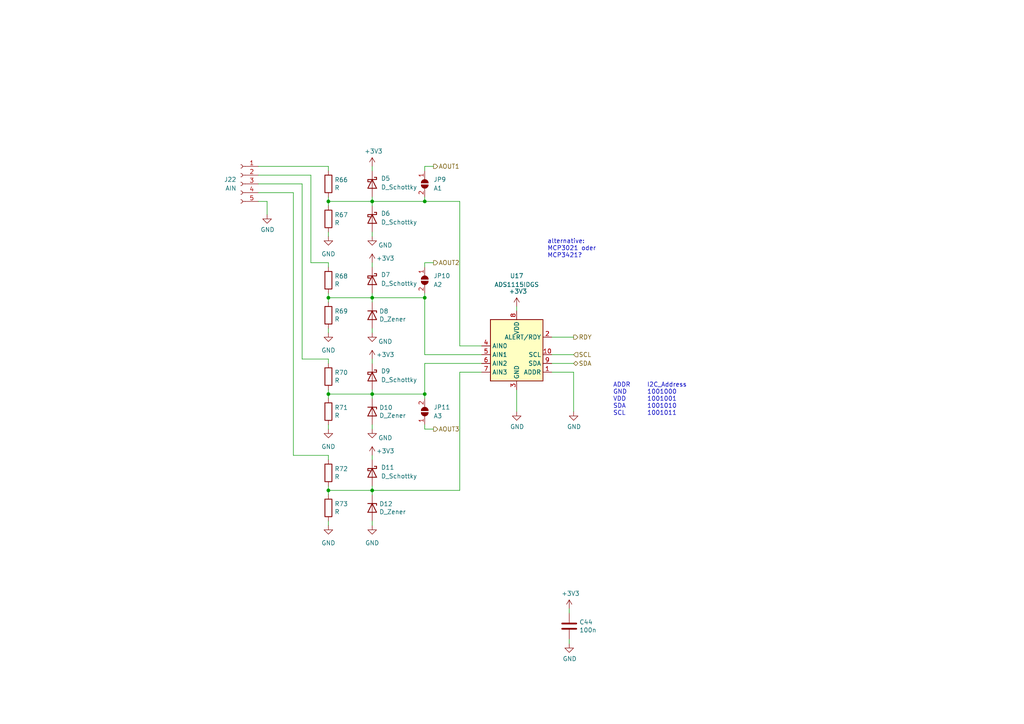
<source format=kicad_sch>
(kicad_sch (version 20211123) (generator eeschema)

  (uuid befdfbe5-f3e5-423b-a34e-7bba3f218536)

  (paper "A4")

  (lib_symbols
    (symbol "Analog_ADC:ADS1115IDGS" (in_bom yes) (on_board yes)
      (property "Reference" "U" (id 0) (at 2.54 13.97 0)
        (effects (font (size 1.27 1.27)))
      )
      (property "Value" "ADS1115IDGS" (id 1) (at 7.62 11.43 0)
        (effects (font (size 1.27 1.27)))
      )
      (property "Footprint" "Package_SO:TSSOP-10_3x3mm_P0.5mm" (id 2) (at 0 -12.7 0)
        (effects (font (size 1.27 1.27)) hide)
      )
      (property "Datasheet" "http://www.ti.com/lit/ds/symlink/ads1113.pdf" (id 3) (at -1.27 -22.86 0)
        (effects (font (size 1.27 1.27)) hide)
      )
      (property "ki_keywords" "16 bit 4 channel I2C ADC" (id 4) (at 0 0 0)
        (effects (font (size 1.27 1.27)) hide)
      )
      (property "ki_description" "Ultra-Small, Low-Power, I2C-Compatible, 860-SPS, 16-Bit ADCs With Internal Reference, Oscillator, and Programmable Comparator, VSSOP-10" (id 5) (at 0 0 0)
        (effects (font (size 1.27 1.27)) hide)
      )
      (property "ki_fp_filters" "TSSOP*3x3mm*P0.5mm*" (id 6) (at 0 0 0)
        (effects (font (size 1.27 1.27)) hide)
      )
      (symbol "ADS1115IDGS_0_1"
        (rectangle (start -7.62 10.16) (end 7.62 -7.62)
          (stroke (width 0.254) (type default) (color 0 0 0 0))
          (fill (type background))
        )
      )
      (symbol "ADS1115IDGS_1_1"
        (pin input line (at 10.16 -5.08 180) (length 2.54)
          (name "ADDR" (effects (font (size 1.27 1.27))))
          (number "1" (effects (font (size 1.27 1.27))))
        )
        (pin input line (at 10.16 0 180) (length 2.54)
          (name "SCL" (effects (font (size 1.27 1.27))))
          (number "10" (effects (font (size 1.27 1.27))))
        )
        (pin output line (at 10.16 5.08 180) (length 2.54)
          (name "ALERT/RDY" (effects (font (size 1.27 1.27))))
          (number "2" (effects (font (size 1.27 1.27))))
        )
        (pin power_in line (at 0 -10.16 90) (length 2.54)
          (name "GND" (effects (font (size 1.27 1.27))))
          (number "3" (effects (font (size 1.27 1.27))))
        )
        (pin input line (at -10.16 2.54 0) (length 2.54)
          (name "AIN0" (effects (font (size 1.27 1.27))))
          (number "4" (effects (font (size 1.27 1.27))))
        )
        (pin input line (at -10.16 0 0) (length 2.54)
          (name "AIN1" (effects (font (size 1.27 1.27))))
          (number "5" (effects (font (size 1.27 1.27))))
        )
        (pin input line (at -10.16 -2.54 0) (length 2.54)
          (name "AIN2" (effects (font (size 1.27 1.27))))
          (number "6" (effects (font (size 1.27 1.27))))
        )
        (pin input line (at -10.16 -5.08 0) (length 2.54)
          (name "AIN3" (effects (font (size 1.27 1.27))))
          (number "7" (effects (font (size 1.27 1.27))))
        )
        (pin power_in line (at 0 12.7 270) (length 2.54)
          (name "VDD" (effects (font (size 1.27 1.27))))
          (number "8" (effects (font (size 1.27 1.27))))
        )
        (pin bidirectional line (at 10.16 -2.54 180) (length 2.54)
          (name "SDA" (effects (font (size 1.27 1.27))))
          (number "9" (effects (font (size 1.27 1.27))))
        )
      )
    )
    (symbol "Connector:Conn_01x05_Female" (pin_names (offset 1.016) hide) (in_bom yes) (on_board yes)
      (property "Reference" "J" (id 0) (at 0 7.62 0)
        (effects (font (size 1.27 1.27)))
      )
      (property "Value" "Conn_01x05_Female" (id 1) (at 0 -7.62 0)
        (effects (font (size 1.27 1.27)))
      )
      (property "Footprint" "" (id 2) (at 0 0 0)
        (effects (font (size 1.27 1.27)) hide)
      )
      (property "Datasheet" "~" (id 3) (at 0 0 0)
        (effects (font (size 1.27 1.27)) hide)
      )
      (property "ki_keywords" "connector" (id 4) (at 0 0 0)
        (effects (font (size 1.27 1.27)) hide)
      )
      (property "ki_description" "Generic connector, single row, 01x05, script generated (kicad-library-utils/schlib/autogen/connector/)" (id 5) (at 0 0 0)
        (effects (font (size 1.27 1.27)) hide)
      )
      (property "ki_fp_filters" "Connector*:*_1x??_*" (id 6) (at 0 0 0)
        (effects (font (size 1.27 1.27)) hide)
      )
      (symbol "Conn_01x05_Female_1_1"
        (arc (start 0 -4.572) (mid -0.508 -5.08) (end 0 -5.588)
          (stroke (width 0.1524) (type default) (color 0 0 0 0))
          (fill (type none))
        )
        (arc (start 0 -2.032) (mid -0.508 -2.54) (end 0 -3.048)
          (stroke (width 0.1524) (type default) (color 0 0 0 0))
          (fill (type none))
        )
        (polyline
          (pts
            (xy -1.27 -5.08)
            (xy -0.508 -5.08)
          )
          (stroke (width 0.1524) (type default) (color 0 0 0 0))
          (fill (type none))
        )
        (polyline
          (pts
            (xy -1.27 -2.54)
            (xy -0.508 -2.54)
          )
          (stroke (width 0.1524) (type default) (color 0 0 0 0))
          (fill (type none))
        )
        (polyline
          (pts
            (xy -1.27 0)
            (xy -0.508 0)
          )
          (stroke (width 0.1524) (type default) (color 0 0 0 0))
          (fill (type none))
        )
        (polyline
          (pts
            (xy -1.27 2.54)
            (xy -0.508 2.54)
          )
          (stroke (width 0.1524) (type default) (color 0 0 0 0))
          (fill (type none))
        )
        (polyline
          (pts
            (xy -1.27 5.08)
            (xy -0.508 5.08)
          )
          (stroke (width 0.1524) (type default) (color 0 0 0 0))
          (fill (type none))
        )
        (arc (start 0 0.508) (mid -0.508 0) (end 0 -0.508)
          (stroke (width 0.1524) (type default) (color 0 0 0 0))
          (fill (type none))
        )
        (arc (start 0 3.048) (mid -0.508 2.54) (end 0 2.032)
          (stroke (width 0.1524) (type default) (color 0 0 0 0))
          (fill (type none))
        )
        (arc (start 0 5.588) (mid -0.508 5.08) (end 0 4.572)
          (stroke (width 0.1524) (type default) (color 0 0 0 0))
          (fill (type none))
        )
        (pin passive line (at -5.08 5.08 0) (length 3.81)
          (name "Pin_1" (effects (font (size 1.27 1.27))))
          (number "1" (effects (font (size 1.27 1.27))))
        )
        (pin passive line (at -5.08 2.54 0) (length 3.81)
          (name "Pin_2" (effects (font (size 1.27 1.27))))
          (number "2" (effects (font (size 1.27 1.27))))
        )
        (pin passive line (at -5.08 0 0) (length 3.81)
          (name "Pin_3" (effects (font (size 1.27 1.27))))
          (number "3" (effects (font (size 1.27 1.27))))
        )
        (pin passive line (at -5.08 -2.54 0) (length 3.81)
          (name "Pin_4" (effects (font (size 1.27 1.27))))
          (number "4" (effects (font (size 1.27 1.27))))
        )
        (pin passive line (at -5.08 -5.08 0) (length 3.81)
          (name "Pin_5" (effects (font (size 1.27 1.27))))
          (number "5" (effects (font (size 1.27 1.27))))
        )
      )
    )
    (symbol "Device:C" (pin_numbers hide) (pin_names (offset 0.254)) (in_bom yes) (on_board yes)
      (property "Reference" "C" (id 0) (at 0.635 2.54 0)
        (effects (font (size 1.27 1.27)) (justify left))
      )
      (property "Value" "C" (id 1) (at 0.635 -2.54 0)
        (effects (font (size 1.27 1.27)) (justify left))
      )
      (property "Footprint" "" (id 2) (at 0.9652 -3.81 0)
        (effects (font (size 1.27 1.27)) hide)
      )
      (property "Datasheet" "~" (id 3) (at 0 0 0)
        (effects (font (size 1.27 1.27)) hide)
      )
      (property "ki_keywords" "cap capacitor" (id 4) (at 0 0 0)
        (effects (font (size 1.27 1.27)) hide)
      )
      (property "ki_description" "Unpolarized capacitor" (id 5) (at 0 0 0)
        (effects (font (size 1.27 1.27)) hide)
      )
      (property "ki_fp_filters" "C_*" (id 6) (at 0 0 0)
        (effects (font (size 1.27 1.27)) hide)
      )
      (symbol "C_0_1"
        (polyline
          (pts
            (xy -2.032 -0.762)
            (xy 2.032 -0.762)
          )
          (stroke (width 0.508) (type default) (color 0 0 0 0))
          (fill (type none))
        )
        (polyline
          (pts
            (xy -2.032 0.762)
            (xy 2.032 0.762)
          )
          (stroke (width 0.508) (type default) (color 0 0 0 0))
          (fill (type none))
        )
      )
      (symbol "C_1_1"
        (pin passive line (at 0 3.81 270) (length 2.794)
          (name "~" (effects (font (size 1.27 1.27))))
          (number "1" (effects (font (size 1.27 1.27))))
        )
        (pin passive line (at 0 -3.81 90) (length 2.794)
          (name "~" (effects (font (size 1.27 1.27))))
          (number "2" (effects (font (size 1.27 1.27))))
        )
      )
    )
    (symbol "Device:D_Schottky" (pin_numbers hide) (pin_names (offset 1.016) hide) (in_bom yes) (on_board yes)
      (property "Reference" "D" (id 0) (at 0 2.54 0)
        (effects (font (size 1.27 1.27)))
      )
      (property "Value" "D_Schottky" (id 1) (at 0 -2.54 0)
        (effects (font (size 1.27 1.27)))
      )
      (property "Footprint" "" (id 2) (at 0 0 0)
        (effects (font (size 1.27 1.27)) hide)
      )
      (property "Datasheet" "~" (id 3) (at 0 0 0)
        (effects (font (size 1.27 1.27)) hide)
      )
      (property "ki_keywords" "diode Schottky" (id 4) (at 0 0 0)
        (effects (font (size 1.27 1.27)) hide)
      )
      (property "ki_description" "Schottky diode" (id 5) (at 0 0 0)
        (effects (font (size 1.27 1.27)) hide)
      )
      (property "ki_fp_filters" "TO-???* *_Diode_* *SingleDiode* D_*" (id 6) (at 0 0 0)
        (effects (font (size 1.27 1.27)) hide)
      )
      (symbol "D_Schottky_0_1"
        (polyline
          (pts
            (xy 1.27 0)
            (xy -1.27 0)
          )
          (stroke (width 0) (type default) (color 0 0 0 0))
          (fill (type none))
        )
        (polyline
          (pts
            (xy 1.27 1.27)
            (xy 1.27 -1.27)
            (xy -1.27 0)
            (xy 1.27 1.27)
          )
          (stroke (width 0.254) (type default) (color 0 0 0 0))
          (fill (type none))
        )
        (polyline
          (pts
            (xy -1.905 0.635)
            (xy -1.905 1.27)
            (xy -1.27 1.27)
            (xy -1.27 -1.27)
            (xy -0.635 -1.27)
            (xy -0.635 -0.635)
          )
          (stroke (width 0.254) (type default) (color 0 0 0 0))
          (fill (type none))
        )
      )
      (symbol "D_Schottky_1_1"
        (pin passive line (at -3.81 0 0) (length 2.54)
          (name "K" (effects (font (size 1.27 1.27))))
          (number "1" (effects (font (size 1.27 1.27))))
        )
        (pin passive line (at 3.81 0 180) (length 2.54)
          (name "A" (effects (font (size 1.27 1.27))))
          (number "2" (effects (font (size 1.27 1.27))))
        )
      )
    )
    (symbol "Device:D_Zener" (pin_numbers hide) (pin_names (offset 1.016) hide) (in_bom yes) (on_board yes)
      (property "Reference" "D" (id 0) (at 0 2.54 0)
        (effects (font (size 1.27 1.27)))
      )
      (property "Value" "D_Zener" (id 1) (at 0 -2.54 0)
        (effects (font (size 1.27 1.27)))
      )
      (property "Footprint" "" (id 2) (at 0 0 0)
        (effects (font (size 1.27 1.27)) hide)
      )
      (property "Datasheet" "~" (id 3) (at 0 0 0)
        (effects (font (size 1.27 1.27)) hide)
      )
      (property "ki_keywords" "diode" (id 4) (at 0 0 0)
        (effects (font (size 1.27 1.27)) hide)
      )
      (property "ki_description" "Zener diode" (id 5) (at 0 0 0)
        (effects (font (size 1.27 1.27)) hide)
      )
      (property "ki_fp_filters" "TO-???* *_Diode_* *SingleDiode* D_*" (id 6) (at 0 0 0)
        (effects (font (size 1.27 1.27)) hide)
      )
      (symbol "D_Zener_0_1"
        (polyline
          (pts
            (xy 1.27 0)
            (xy -1.27 0)
          )
          (stroke (width 0) (type default) (color 0 0 0 0))
          (fill (type none))
        )
        (polyline
          (pts
            (xy -1.27 -1.27)
            (xy -1.27 1.27)
            (xy -0.762 1.27)
          )
          (stroke (width 0.254) (type default) (color 0 0 0 0))
          (fill (type none))
        )
        (polyline
          (pts
            (xy 1.27 -1.27)
            (xy 1.27 1.27)
            (xy -1.27 0)
            (xy 1.27 -1.27)
          )
          (stroke (width 0.254) (type default) (color 0 0 0 0))
          (fill (type none))
        )
      )
      (symbol "D_Zener_1_1"
        (pin passive line (at -3.81 0 0) (length 2.54)
          (name "K" (effects (font (size 1.27 1.27))))
          (number "1" (effects (font (size 1.27 1.27))))
        )
        (pin passive line (at 3.81 0 180) (length 2.54)
          (name "A" (effects (font (size 1.27 1.27))))
          (number "2" (effects (font (size 1.27 1.27))))
        )
      )
    )
    (symbol "Device:R" (pin_numbers hide) (pin_names (offset 0)) (in_bom yes) (on_board yes)
      (property "Reference" "R" (id 0) (at 2.032 0 90)
        (effects (font (size 1.27 1.27)))
      )
      (property "Value" "R" (id 1) (at 0 0 90)
        (effects (font (size 1.27 1.27)))
      )
      (property "Footprint" "" (id 2) (at -1.778 0 90)
        (effects (font (size 1.27 1.27)) hide)
      )
      (property "Datasheet" "~" (id 3) (at 0 0 0)
        (effects (font (size 1.27 1.27)) hide)
      )
      (property "ki_keywords" "R res resistor" (id 4) (at 0 0 0)
        (effects (font (size 1.27 1.27)) hide)
      )
      (property "ki_description" "Resistor" (id 5) (at 0 0 0)
        (effects (font (size 1.27 1.27)) hide)
      )
      (property "ki_fp_filters" "R_*" (id 6) (at 0 0 0)
        (effects (font (size 1.27 1.27)) hide)
      )
      (symbol "R_0_1"
        (rectangle (start -1.016 -2.54) (end 1.016 2.54)
          (stroke (width 0.254) (type default) (color 0 0 0 0))
          (fill (type none))
        )
      )
      (symbol "R_1_1"
        (pin passive line (at 0 3.81 270) (length 1.27)
          (name "~" (effects (font (size 1.27 1.27))))
          (number "1" (effects (font (size 1.27 1.27))))
        )
        (pin passive line (at 0 -3.81 90) (length 1.27)
          (name "~" (effects (font (size 1.27 1.27))))
          (number "2" (effects (font (size 1.27 1.27))))
        )
      )
    )
    (symbol "Jumper:SolderJumper_2_Open" (pin_names (offset 0) hide) (in_bom yes) (on_board yes)
      (property "Reference" "JP" (id 0) (at 0 2.032 0)
        (effects (font (size 1.27 1.27)))
      )
      (property "Value" "SolderJumper_2_Open" (id 1) (at 0 -2.54 0)
        (effects (font (size 1.27 1.27)))
      )
      (property "Footprint" "" (id 2) (at 0 0 0)
        (effects (font (size 1.27 1.27)) hide)
      )
      (property "Datasheet" "~" (id 3) (at 0 0 0)
        (effects (font (size 1.27 1.27)) hide)
      )
      (property "ki_keywords" "solder jumper SPST" (id 4) (at 0 0 0)
        (effects (font (size 1.27 1.27)) hide)
      )
      (property "ki_description" "Solder Jumper, 2-pole, open" (id 5) (at 0 0 0)
        (effects (font (size 1.27 1.27)) hide)
      )
      (property "ki_fp_filters" "SolderJumper*Open*" (id 6) (at 0 0 0)
        (effects (font (size 1.27 1.27)) hide)
      )
      (symbol "SolderJumper_2_Open_0_1"
        (arc (start -0.254 1.016) (mid -1.27 0) (end -0.254 -1.016)
          (stroke (width 0) (type default) (color 0 0 0 0))
          (fill (type none))
        )
        (arc (start -0.254 1.016) (mid -1.27 0) (end -0.254 -1.016)
          (stroke (width 0) (type default) (color 0 0 0 0))
          (fill (type outline))
        )
        (polyline
          (pts
            (xy -0.254 1.016)
            (xy -0.254 -1.016)
          )
          (stroke (width 0) (type default) (color 0 0 0 0))
          (fill (type none))
        )
        (polyline
          (pts
            (xy 0.254 1.016)
            (xy 0.254 -1.016)
          )
          (stroke (width 0) (type default) (color 0 0 0 0))
          (fill (type none))
        )
        (arc (start 0.254 -1.016) (mid 1.27 0) (end 0.254 1.016)
          (stroke (width 0) (type default) (color 0 0 0 0))
          (fill (type none))
        )
        (arc (start 0.254 -1.016) (mid 1.27 0) (end 0.254 1.016)
          (stroke (width 0) (type default) (color 0 0 0 0))
          (fill (type outline))
        )
      )
      (symbol "SolderJumper_2_Open_1_1"
        (pin passive line (at -3.81 0 0) (length 2.54)
          (name "A" (effects (font (size 1.27 1.27))))
          (number "1" (effects (font (size 1.27 1.27))))
        )
        (pin passive line (at 3.81 0 180) (length 2.54)
          (name "B" (effects (font (size 1.27 1.27))))
          (number "2" (effects (font (size 1.27 1.27))))
        )
      )
    )
    (symbol "power:+3V3" (power) (pin_names (offset 0)) (in_bom yes) (on_board yes)
      (property "Reference" "#PWR" (id 0) (at 0 -3.81 0)
        (effects (font (size 1.27 1.27)) hide)
      )
      (property "Value" "+3V3" (id 1) (at 0 3.556 0)
        (effects (font (size 1.27 1.27)))
      )
      (property "Footprint" "" (id 2) (at 0 0 0)
        (effects (font (size 1.27 1.27)) hide)
      )
      (property "Datasheet" "" (id 3) (at 0 0 0)
        (effects (font (size 1.27 1.27)) hide)
      )
      (property "ki_keywords" "power-flag" (id 4) (at 0 0 0)
        (effects (font (size 1.27 1.27)) hide)
      )
      (property "ki_description" "Power symbol creates a global label with name \"+3V3\"" (id 5) (at 0 0 0)
        (effects (font (size 1.27 1.27)) hide)
      )
      (symbol "+3V3_0_1"
        (polyline
          (pts
            (xy -0.762 1.27)
            (xy 0 2.54)
          )
          (stroke (width 0) (type default) (color 0 0 0 0))
          (fill (type none))
        )
        (polyline
          (pts
            (xy 0 0)
            (xy 0 2.54)
          )
          (stroke (width 0) (type default) (color 0 0 0 0))
          (fill (type none))
        )
        (polyline
          (pts
            (xy 0 2.54)
            (xy 0.762 1.27)
          )
          (stroke (width 0) (type default) (color 0 0 0 0))
          (fill (type none))
        )
      )
      (symbol "+3V3_1_1"
        (pin power_in line (at 0 0 90) (length 0) hide
          (name "+3V3" (effects (font (size 1.27 1.27))))
          (number "1" (effects (font (size 1.27 1.27))))
        )
      )
    )
    (symbol "power:GND" (power) (pin_names (offset 0)) (in_bom yes) (on_board yes)
      (property "Reference" "#PWR" (id 0) (at 0 -6.35 0)
        (effects (font (size 1.27 1.27)) hide)
      )
      (property "Value" "GND" (id 1) (at 0 -3.81 0)
        (effects (font (size 1.27 1.27)))
      )
      (property "Footprint" "" (id 2) (at 0 0 0)
        (effects (font (size 1.27 1.27)) hide)
      )
      (property "Datasheet" "" (id 3) (at 0 0 0)
        (effects (font (size 1.27 1.27)) hide)
      )
      (property "ki_keywords" "power-flag" (id 4) (at 0 0 0)
        (effects (font (size 1.27 1.27)) hide)
      )
      (property "ki_description" "Power symbol creates a global label with name \"GND\" , ground" (id 5) (at 0 0 0)
        (effects (font (size 1.27 1.27)) hide)
      )
      (symbol "GND_0_1"
        (polyline
          (pts
            (xy 0 0)
            (xy 0 -1.27)
            (xy 1.27 -1.27)
            (xy 0 -2.54)
            (xy -1.27 -1.27)
            (xy 0 -1.27)
          )
          (stroke (width 0) (type default) (color 0 0 0 0))
          (fill (type none))
        )
      )
      (symbol "GND_1_1"
        (pin power_in line (at 0 0 270) (length 0) hide
          (name "GND" (effects (font (size 1.27 1.27))))
          (number "1" (effects (font (size 1.27 1.27))))
        )
      )
    )
  )

  (junction (at 95.25 86.36) (diameter 0) (color 0 0 0 0)
    (uuid 0269992f-12fd-41bf-9152-c236b0f3bb0c)
  )
  (junction (at 95.25 58.42) (diameter 0) (color 0 0 0 0)
    (uuid 026fa5ba-e6a6-4276-aa5d-796bd14c8820)
  )
  (junction (at 107.95 114.3) (diameter 0) (color 0 0 0 0)
    (uuid 2a5ff2de-e778-46b5-bbe3-d0aa5209e4da)
  )
  (junction (at 107.95 58.42) (diameter 0) (color 0 0 0 0)
    (uuid 355e9ac8-9874-4a57-88d0-c42168019054)
  )
  (junction (at 95.25 142.24) (diameter 0) (color 0 0 0 0)
    (uuid 5128a8fe-c171-460d-9516-cc9264cdc7a4)
  )
  (junction (at 107.95 86.36) (diameter 0) (color 0 0 0 0)
    (uuid 8f2f4470-e393-483a-bc03-a2ba655eae6d)
  )
  (junction (at 107.95 142.24) (diameter 0) (color 0 0 0 0)
    (uuid 9807b0fe-2db9-4e5d-a325-0b602789bbbf)
  )
  (junction (at 123.19 86.36) (diameter 0) (color 0 0 0 0)
    (uuid 99627fdd-17d6-4e4c-9a9f-5712015c801d)
  )
  (junction (at 95.25 114.3) (diameter 0) (color 0 0 0 0)
    (uuid a53ee19b-71a8-49ef-aa65-115dd056db10)
  )
  (junction (at 123.19 114.3) (diameter 0) (color 0 0 0 0)
    (uuid d4686250-3b7f-47e2-a008-bf4441c518f1)
  )
  (junction (at 123.19 58.42) (diameter 0) (color 0 0 0 0)
    (uuid dc75287f-1409-47ea-84a3-4f833f15a457)
  )

  (wire (pts (xy 107.95 132.08) (xy 107.95 133.35))
    (stroke (width 0) (type default) (color 0 0 0 0))
    (uuid 0636df87-e171-42cd-8675-90ce73191f44)
  )
  (wire (pts (xy 107.95 87.63) (xy 107.95 86.36))
    (stroke (width 0) (type default) (color 0 0 0 0))
    (uuid 0747d8d6-8078-421c-bb95-89fd4eca89ca)
  )
  (wire (pts (xy 123.19 123.19) (xy 123.19 124.46))
    (stroke (width 0) (type default) (color 0 0 0 0))
    (uuid 0a42cc55-059b-44e7-8066-5ab144b5a08e)
  )
  (wire (pts (xy 107.95 57.15) (xy 107.95 58.42))
    (stroke (width 0) (type default) (color 0 0 0 0))
    (uuid 0d577d08-d2a1-4366-bfe2-c3396ff13edb)
  )
  (wire (pts (xy 123.19 105.41) (xy 139.7 105.41))
    (stroke (width 0) (type default) (color 0 0 0 0))
    (uuid 0f0f7bb5-ade7-4a81-82b4-43be6a8ad05c)
  )
  (wire (pts (xy 165.1 186.69) (xy 165.1 185.42))
    (stroke (width 0) (type default) (color 0 0 0 0))
    (uuid 1317ff66-8ecf-46c9-9612-8d2eae03c537)
  )
  (wire (pts (xy 165.1 177.8) (xy 165.1 176.53))
    (stroke (width 0) (type default) (color 0 0 0 0))
    (uuid 1755646e-fc08-4e43-a301-d9b3ea704cf6)
  )
  (wire (pts (xy 85.09 132.08) (xy 95.25 132.08))
    (stroke (width 0) (type default) (color 0 0 0 0))
    (uuid 1fc077c7-b879-42e8-bdb7-97225e81d7d9)
  )
  (wire (pts (xy 107.95 115.57) (xy 107.95 114.3))
    (stroke (width 0) (type default) (color 0 0 0 0))
    (uuid 224ffdf0-2f74-4570-901f-df0757f3f57b)
  )
  (wire (pts (xy 90.17 76.2) (xy 95.25 76.2))
    (stroke (width 0) (type default) (color 0 0 0 0))
    (uuid 22962957-1efd-404d-83db-5b233b6c15b0)
  )
  (wire (pts (xy 107.95 68.58) (xy 107.95 67.31))
    (stroke (width 0) (type default) (color 0 0 0 0))
    (uuid 268ae57e-8417-41fe-af64-a2f54471acb6)
  )
  (wire (pts (xy 107.95 140.97) (xy 107.95 142.24))
    (stroke (width 0) (type default) (color 0 0 0 0))
    (uuid 2edcee63-935f-468a-aa4f-333a782c411f)
  )
  (wire (pts (xy 125.73 48.26) (xy 123.19 48.26))
    (stroke (width 0) (type default) (color 0 0 0 0))
    (uuid 3085304a-bca1-4feb-8e78-98dccf102d58)
  )
  (wire (pts (xy 90.17 50.8) (xy 74.93 50.8))
    (stroke (width 0) (type default) (color 0 0 0 0))
    (uuid 3253ae41-a9bd-487b-bc44-d5bab5ef9a2c)
  )
  (wire (pts (xy 95.25 96.52) (xy 95.25 95.25))
    (stroke (width 0) (type default) (color 0 0 0 0))
    (uuid 355ced6c-c08a-4586-9a09-7a9c624536f6)
  )
  (wire (pts (xy 95.25 140.97) (xy 95.25 142.24))
    (stroke (width 0) (type default) (color 0 0 0 0))
    (uuid 3a6044fd-f2c2-47bf-abb4-e3181c44ba68)
  )
  (wire (pts (xy 85.09 55.88) (xy 74.93 55.88))
    (stroke (width 0) (type default) (color 0 0 0 0))
    (uuid 3d2c0919-bdda-4b2e-8075-91b2b650e6c9)
  )
  (wire (pts (xy 133.35 100.33) (xy 133.35 58.42))
    (stroke (width 0) (type default) (color 0 0 0 0))
    (uuid 3d9781c9-f54e-4a2b-89d2-467c534fd81e)
  )
  (wire (pts (xy 107.95 104.14) (xy 107.95 105.41))
    (stroke (width 0) (type default) (color 0 0 0 0))
    (uuid 41cc37bf-3322-491f-b71a-126277510695)
  )
  (wire (pts (xy 139.7 100.33) (xy 133.35 100.33))
    (stroke (width 0) (type default) (color 0 0 0 0))
    (uuid 4346fe55-f906-453a-b81a-1c013104a598)
  )
  (wire (pts (xy 107.95 48.26) (xy 107.95 49.53))
    (stroke (width 0) (type default) (color 0 0 0 0))
    (uuid 45499a0c-8e63-420e-bc8f-ccbf717acef2)
  )
  (wire (pts (xy 160.02 97.79) (xy 166.37 97.79))
    (stroke (width 0) (type default) (color 0 0 0 0))
    (uuid 464cbe31-0134-447f-a163-118d5ea83bb4)
  )
  (wire (pts (xy 87.63 53.34) (xy 74.93 53.34))
    (stroke (width 0) (type default) (color 0 0 0 0))
    (uuid 4971d7b3-3d64-4a31-9df4-513b90b85bd7)
  )
  (wire (pts (xy 133.35 142.24) (xy 107.95 142.24))
    (stroke (width 0) (type default) (color 0 0 0 0))
    (uuid 4d0b7984-e046-4a2f-86fc-d4d87de373b5)
  )
  (wire (pts (xy 107.95 59.69) (xy 107.95 58.42))
    (stroke (width 0) (type default) (color 0 0 0 0))
    (uuid 4d7ff161-4181-4f22-aab1-188109681e9f)
  )
  (wire (pts (xy 107.95 124.46) (xy 107.95 123.19))
    (stroke (width 0) (type default) (color 0 0 0 0))
    (uuid 515b7086-488b-48be-ba14-b93c9b1c201b)
  )
  (wire (pts (xy 95.25 133.35) (xy 95.25 132.08))
    (stroke (width 0) (type default) (color 0 0 0 0))
    (uuid 57eff5e6-ac2b-41d3-8cf2-198e186338ec)
  )
  (wire (pts (xy 123.19 102.87) (xy 139.7 102.87))
    (stroke (width 0) (type default) (color 0 0 0 0))
    (uuid 5e6153e6-2c19-46de-9a8e-b310a2a07861)
  )
  (wire (pts (xy 74.93 48.26) (xy 95.25 48.26))
    (stroke (width 0) (type default) (color 0 0 0 0))
    (uuid 62d24419-758e-4ec1-8466-be6061d40003)
  )
  (wire (pts (xy 74.93 58.42) (xy 77.47 58.42))
    (stroke (width 0) (type default) (color 0 0 0 0))
    (uuid 690330ef-3e96-449d-aedc-4989f4267c47)
  )
  (wire (pts (xy 123.19 124.46) (xy 125.73 124.46))
    (stroke (width 0) (type default) (color 0 0 0 0))
    (uuid 6a909ca1-3e5b-4605-b642-dd5f6eff8f7c)
  )
  (wire (pts (xy 77.47 58.42) (xy 77.47 62.23))
    (stroke (width 0) (type default) (color 0 0 0 0))
    (uuid 6ddb7c09-f4e0-4418-aeaf-3bfa301a3549)
  )
  (wire (pts (xy 166.37 107.95) (xy 166.37 119.38))
    (stroke (width 0) (type default) (color 0 0 0 0))
    (uuid 71af7b65-0e6b-402e-b1a4-b66be507b4dc)
  )
  (wire (pts (xy 160.02 107.95) (xy 166.37 107.95))
    (stroke (width 0) (type default) (color 0 0 0 0))
    (uuid 799e761c-1426-40e9-a069-1f4cb353bfaa)
  )
  (wire (pts (xy 90.17 76.2) (xy 90.17 50.8))
    (stroke (width 0) (type default) (color 0 0 0 0))
    (uuid 7ae302b9-a4eb-49a6-a2f6-0708c410f9d2)
  )
  (wire (pts (xy 107.95 152.4) (xy 107.95 151.13))
    (stroke (width 0) (type default) (color 0 0 0 0))
    (uuid 7cf77163-fa4a-4b0d-92f8-8ac9df97282f)
  )
  (wire (pts (xy 107.95 114.3) (xy 95.25 114.3))
    (stroke (width 0) (type default) (color 0 0 0 0))
    (uuid 7fa6270d-56ff-496a-bb10-f7b3e62ab49a)
  )
  (wire (pts (xy 123.19 77.47) (xy 123.19 76.2))
    (stroke (width 0) (type default) (color 0 0 0 0))
    (uuid 839ab402-cf4a-4855-93bb-69bab31ae075)
  )
  (wire (pts (xy 107.95 58.42) (xy 95.25 58.42))
    (stroke (width 0) (type default) (color 0 0 0 0))
    (uuid 8e1085e9-1f76-49ed-9bdf-d9d7ae13dd4f)
  )
  (wire (pts (xy 123.19 102.87) (xy 123.19 86.36))
    (stroke (width 0) (type default) (color 0 0 0 0))
    (uuid 9238a3ae-59c3-4af1-b804-f6e96bea3bea)
  )
  (wire (pts (xy 95.25 105.41) (xy 95.25 104.14))
    (stroke (width 0) (type default) (color 0 0 0 0))
    (uuid 92ac36a9-27bb-4a9e-9e72-460bf496ff0d)
  )
  (wire (pts (xy 95.25 86.36) (xy 95.25 87.63))
    (stroke (width 0) (type default) (color 0 0 0 0))
    (uuid 994e9d97-de19-4f26-ade3-141552675388)
  )
  (wire (pts (xy 149.86 90.17) (xy 149.86 88.9))
    (stroke (width 0) (type default) (color 0 0 0 0))
    (uuid 9a8ad8bb-d9a9-4b2b-bc88-ea6fd2676d45)
  )
  (wire (pts (xy 123.19 114.3) (xy 107.95 114.3))
    (stroke (width 0) (type default) (color 0 0 0 0))
    (uuid 9ee9af6b-a2b7-44b5-bb48-8d305db617d1)
  )
  (wire (pts (xy 123.19 86.36) (xy 107.95 86.36))
    (stroke (width 0) (type default) (color 0 0 0 0))
    (uuid a2c2f513-fcf4-42c3-a1d6-81d1a365be99)
  )
  (wire (pts (xy 149.86 113.03) (xy 149.86 119.38))
    (stroke (width 0) (type default) (color 0 0 0 0))
    (uuid a5362821-c161-4c7a-a00c-40e1d7472d56)
  )
  (wire (pts (xy 107.95 86.36) (xy 95.25 86.36))
    (stroke (width 0) (type default) (color 0 0 0 0))
    (uuid a564365e-1307-49eb-a91f-1e3a85a10823)
  )
  (wire (pts (xy 95.25 142.24) (xy 95.25 143.51))
    (stroke (width 0) (type default) (color 0 0 0 0))
    (uuid a8039e49-ef45-4060-8d9f-5402156ce317)
  )
  (wire (pts (xy 123.19 76.2) (xy 125.73 76.2))
    (stroke (width 0) (type default) (color 0 0 0 0))
    (uuid af599d23-858e-4854-9e52-97283785f022)
  )
  (wire (pts (xy 95.25 57.15) (xy 95.25 58.42))
    (stroke (width 0) (type default) (color 0 0 0 0))
    (uuid b00fe88c-40fc-4cb3-9a08-ddabac316c18)
  )
  (wire (pts (xy 95.25 114.3) (xy 95.25 115.57))
    (stroke (width 0) (type default) (color 0 0 0 0))
    (uuid b10a70e4-a12c-46a5-a27d-db3b7b9f93fa)
  )
  (wire (pts (xy 107.95 76.2) (xy 107.95 77.47))
    (stroke (width 0) (type default) (color 0 0 0 0))
    (uuid b30beb01-612e-4638-8ee9-9492c30366f2)
  )
  (wire (pts (xy 107.95 113.03) (xy 107.95 114.3))
    (stroke (width 0) (type default) (color 0 0 0 0))
    (uuid b55183dd-2fef-48ba-bcf2-38910298dcfb)
  )
  (wire (pts (xy 95.25 49.53) (xy 95.25 48.26))
    (stroke (width 0) (type default) (color 0 0 0 0))
    (uuid b7881392-acdc-418f-a4f4-ef96c30b8ac0)
  )
  (wire (pts (xy 123.19 48.26) (xy 123.19 49.53))
    (stroke (width 0) (type default) (color 0 0 0 0))
    (uuid b97580da-1338-464b-b8c9-e239196567e5)
  )
  (wire (pts (xy 107.95 143.51) (xy 107.95 142.24))
    (stroke (width 0) (type default) (color 0 0 0 0))
    (uuid bb695964-6132-4705-a0dd-2e6e605ae68f)
  )
  (wire (pts (xy 95.25 68.58) (xy 95.25 67.31))
    (stroke (width 0) (type default) (color 0 0 0 0))
    (uuid bc177889-73be-45f9-b588-4aeb1c2666ef)
  )
  (wire (pts (xy 95.25 113.03) (xy 95.25 114.3))
    (stroke (width 0) (type default) (color 0 0 0 0))
    (uuid bcb9bb13-1daa-4ba1-a6af-ff9e08dc03cb)
  )
  (wire (pts (xy 107.95 96.52) (xy 107.95 95.25))
    (stroke (width 0) (type default) (color 0 0 0 0))
    (uuid bd085057-7c0e-463a-982b-968a2dc1f0f8)
  )
  (wire (pts (xy 160.02 105.41) (xy 166.37 105.41))
    (stroke (width 0) (type default) (color 0 0 0 0))
    (uuid c38328a1-ba0c-488e-a36a-2941d1d856f3)
  )
  (wire (pts (xy 107.95 142.24) (xy 95.25 142.24))
    (stroke (width 0) (type default) (color 0 0 0 0))
    (uuid c88c12a7-7b58-4e7d-9d21-d2d4bd4da9d5)
  )
  (wire (pts (xy 123.19 57.15) (xy 123.19 58.42))
    (stroke (width 0) (type default) (color 0 0 0 0))
    (uuid cad5e72b-7e9c-4ab8-816c-259b9a374365)
  )
  (wire (pts (xy 133.35 107.95) (xy 139.7 107.95))
    (stroke (width 0) (type default) (color 0 0 0 0))
    (uuid cb1a49ef-0a06-4f40-9008-61d1d1c36198)
  )
  (wire (pts (xy 95.25 58.42) (xy 95.25 59.69))
    (stroke (width 0) (type default) (color 0 0 0 0))
    (uuid cd0f89bc-969d-4621-81d1-43d69a1756a2)
  )
  (wire (pts (xy 85.09 132.08) (xy 85.09 55.88))
    (stroke (width 0) (type default) (color 0 0 0 0))
    (uuid cff4f7d9-d0c3-4f2f-89ab-7718de09709b)
  )
  (wire (pts (xy 95.25 85.09) (xy 95.25 86.36))
    (stroke (width 0) (type default) (color 0 0 0 0))
    (uuid d1cd5391-31d2-459f-8adb-4ae3f304a833)
  )
  (wire (pts (xy 87.63 104.14) (xy 87.63 53.34))
    (stroke (width 0) (type default) (color 0 0 0 0))
    (uuid d1e836ff-44a6-4b1f-9ecd-46d07f637fd1)
  )
  (wire (pts (xy 160.02 102.87) (xy 166.37 102.87))
    (stroke (width 0) (type default) (color 0 0 0 0))
    (uuid d6c6dcf9-3ddd-4a8c-a3c6-f43b173a1015)
  )
  (wire (pts (xy 95.25 77.47) (xy 95.25 76.2))
    (stroke (width 0) (type default) (color 0 0 0 0))
    (uuid d8200a86-aa75-47a3-ad2a-7f4c9c999a6f)
  )
  (wire (pts (xy 95.25 152.4) (xy 95.25 151.13))
    (stroke (width 0) (type default) (color 0 0 0 0))
    (uuid dcf7bb1e-6113-48f3-baa1-b3c7a65ee470)
  )
  (wire (pts (xy 133.35 58.42) (xy 123.19 58.42))
    (stroke (width 0) (type default) (color 0 0 0 0))
    (uuid df115d6f-472e-493a-9001-0e0e76df5bfe)
  )
  (wire (pts (xy 107.95 85.09) (xy 107.95 86.36))
    (stroke (width 0) (type default) (color 0 0 0 0))
    (uuid e01f3676-2e7b-4877-942b-1104d3564e06)
  )
  (wire (pts (xy 123.19 105.41) (xy 123.19 114.3))
    (stroke (width 0) (type default) (color 0 0 0 0))
    (uuid e31efe37-74d3-4c95-8797-276b06e1bed7)
  )
  (wire (pts (xy 87.63 104.14) (xy 95.25 104.14))
    (stroke (width 0) (type default) (color 0 0 0 0))
    (uuid e5439fe1-ee9a-4412-b2a3-f2da396750ff)
  )
  (wire (pts (xy 133.35 107.95) (xy 133.35 142.24))
    (stroke (width 0) (type default) (color 0 0 0 0))
    (uuid ede28e5e-4ae9-4f41-bfa9-dc3b4df323f1)
  )
  (wire (pts (xy 123.19 114.3) (xy 123.19 115.57))
    (stroke (width 0) (type default) (color 0 0 0 0))
    (uuid f2559726-5350-4ae2-ba2c-b952d71a9dbd)
  )
  (wire (pts (xy 95.25 124.46) (xy 95.25 123.19))
    (stroke (width 0) (type default) (color 0 0 0 0))
    (uuid f8c29b7f-4d35-4968-9cb6-81fba750cc61)
  )
  (wire (pts (xy 123.19 85.09) (xy 123.19 86.36))
    (stroke (width 0) (type default) (color 0 0 0 0))
    (uuid fc4d418b-57a4-457c-a236-981bf3c59e01)
  )
  (wire (pts (xy 123.19 58.42) (xy 107.95 58.42))
    (stroke (width 0) (type default) (color 0 0 0 0))
    (uuid ff345922-dc40-46e6-a7d9-95bbb209a5cb)
  )

  (text "alternative:\nMCP3021 oder\nMCP3421?" (at 158.75 74.93 0)
    (effects (font (size 1.27 1.27)) (justify left bottom))
    (uuid f5dba25f-5f9b-4770-84f9-c038fb119360)
  )
  (text "ADDR	I2C_Address\nGND		1001000\nVDD		1001001\nSDA		1001010\nSCL		1001011"
    (at 177.8 120.65 0)
    (effects (font (size 1.27 1.27)) (justify left bottom))
    (uuid ff529ea4-eae3-4c47-848c-7abe6935770c)
  )

  (hierarchical_label "AOUT3" (shape output) (at 125.73 124.46 0)
    (effects (font (size 1.27 1.27)) (justify left))
    (uuid 2a9ab234-83ba-4a95-bc83-654f7f52d4b8)
  )
  (hierarchical_label "RDY" (shape output) (at 166.37 97.79 0)
    (effects (font (size 1.27 1.27)) (justify left))
    (uuid 2ed2d0d3-7121-4f66-b8c1-f21fde855005)
  )
  (hierarchical_label "SCL" (shape input) (at 166.37 102.87 0)
    (effects (font (size 1.27 1.27)) (justify left))
    (uuid 44157273-45e6-4a43-b3cc-6cd604a5b001)
  )
  (hierarchical_label "AOUT1" (shape output) (at 125.73 48.26 0)
    (effects (font (size 1.27 1.27)) (justify left))
    (uuid 4481b8b2-c8ca-453a-a299-10381ec0f693)
  )
  (hierarchical_label "SDA" (shape bidirectional) (at 166.37 105.41 0)
    (effects (font (size 1.27 1.27)) (justify left))
    (uuid 6fe5de0f-cd0e-456d-8eaa-d7c7771de2aa)
  )
  (hierarchical_label "AOUT2" (shape output) (at 125.73 76.2 0)
    (effects (font (size 1.27 1.27)) (justify left))
    (uuid d1c025ef-807e-4ce0-bb1f-834de06f142d)
  )

  (symbol (lib_id "Analog_ADC:ADS1115IDGS") (at 149.86 102.87 0) (unit 1)
    (in_bom yes) (on_board yes)
    (uuid 00000000-0000-0000-0000-0000616cc2c7)
    (property "Reference" "U17" (id 0) (at 149.86 80.01 0))
    (property "Value" "ADS1115IDGS" (id 1) (at 149.86 82.55 0))
    (property "Footprint" "Package_SO:TSSOP-10_3x3mm_P0.5mm" (id 2) (at 149.86 115.57 0)
      (effects (font (size 1.27 1.27)) hide)
    )
    (property "Datasheet" "http://www.ti.com/lit/ds/symlink/ads1113.pdf" (id 3) (at 148.59 125.73 0)
      (effects (font (size 1.27 1.27)) hide)
    )
    (property "TCSC" "C37593" (id 4) (at 149.86 102.87 0)
      (effects (font (size 1.27 1.27)) hide)
    )
    (pin "1" (uuid d56ad0b4-8507-4f96-a89d-a7a382234b3b))
    (pin "10" (uuid ab8a1de2-f1db-4d6c-9728-96acbef4146a))
    (pin "2" (uuid 559f02aa-cafe-4fbe-87b4-6bb2ebe4b156))
    (pin "3" (uuid 1b197091-a79d-4b17-8cd3-d4042b9b7c91))
    (pin "4" (uuid e3af9780-6983-49c1-b6c6-35a8a9f85cdb))
    (pin "5" (uuid 9cdaca88-bf9e-49c1-85f9-9f2043bbfb1b))
    (pin "6" (uuid dbad18c4-6eca-4869-a5a7-4a6ebf2af886))
    (pin "7" (uuid 0a051c65-f044-4001-ad5f-1f930b57fb92))
    (pin "8" (uuid f8cb3553-fe07-4641-9b7e-fb997495697c))
    (pin "9" (uuid 741dbb48-3dad-4440-9d34-7b8f4d42191b))
  )

  (symbol (lib_id "power:GND") (at 166.37 119.38 0) (unit 1)
    (in_bom yes) (on_board yes)
    (uuid 00000000-0000-0000-0000-0000616d62a9)
    (property "Reference" "#PWR0177" (id 0) (at 166.37 125.73 0)
      (effects (font (size 1.27 1.27)) hide)
    )
    (property "Value" "GND" (id 1) (at 166.497 123.7742 0))
    (property "Footprint" "" (id 2) (at 166.37 119.38 0)
      (effects (font (size 1.27 1.27)) hide)
    )
    (property "Datasheet" "" (id 3) (at 166.37 119.38 0)
      (effects (font (size 1.27 1.27)) hide)
    )
    (pin "1" (uuid 20e3c8eb-8f33-49e2-b96a-d381a58ac4ab))
  )

  (symbol (lib_id "power:+3V3") (at 149.86 88.9 0) (unit 1)
    (in_bom yes) (on_board yes)
    (uuid 00000000-0000-0000-0000-0000616dcc76)
    (property "Reference" "#PWR0172" (id 0) (at 149.86 92.71 0)
      (effects (font (size 1.27 1.27)) hide)
    )
    (property "Value" "+3V3" (id 1) (at 150.241 84.5058 0))
    (property "Footprint" "" (id 2) (at 149.86 88.9 0)
      (effects (font (size 1.27 1.27)) hide)
    )
    (property "Datasheet" "" (id 3) (at 149.86 88.9 0)
      (effects (font (size 1.27 1.27)) hide)
    )
    (pin "1" (uuid 96e2896e-93f5-4083-a53f-731c8589e665))
  )

  (symbol (lib_id "power:GND") (at 149.86 119.38 0) (unit 1)
    (in_bom yes) (on_board yes)
    (uuid 00000000-0000-0000-0000-0000616e6d53)
    (property "Reference" "#PWR0176" (id 0) (at 149.86 125.73 0)
      (effects (font (size 1.27 1.27)) hide)
    )
    (property "Value" "GND" (id 1) (at 149.987 123.7742 0))
    (property "Footprint" "" (id 2) (at 149.86 119.38 0)
      (effects (font (size 1.27 1.27)) hide)
    )
    (property "Datasheet" "" (id 3) (at 149.86 119.38 0)
      (effects (font (size 1.27 1.27)) hide)
    )
    (pin "1" (uuid 77201b18-c0d8-4f37-92c8-1dae1391e340))
  )

  (symbol (lib_id "Device:C") (at 165.1 181.61 0) (unit 1)
    (in_bom yes) (on_board yes)
    (uuid 00000000-0000-0000-0000-0000616ec966)
    (property "Reference" "C44" (id 0) (at 168.021 180.4416 0)
      (effects (font (size 1.27 1.27)) (justify left))
    )
    (property "Value" "100n" (id 1) (at 168.021 182.753 0)
      (effects (font (size 1.27 1.27)) (justify left))
    )
    (property "Footprint" "Capacitor_SMD:C_0603_1608Metric" (id 2) (at 166.0652 185.42 0)
      (effects (font (size 1.27 1.27)) hide)
    )
    (property "Datasheet" "~" (id 3) (at 165.1 181.61 0)
      (effects (font (size 1.27 1.27)) hide)
    )
    (pin "1" (uuid 28255c8c-927e-4af5-b004-bbbb99c953b5))
    (pin "2" (uuid 05ea4905-50ea-45c5-95d5-f6d4d16b5405))
  )

  (symbol (lib_id "power:GND") (at 165.1 186.69 0) (unit 1)
    (in_bom yes) (on_board yes)
    (uuid 00000000-0000-0000-0000-0000616ec96c)
    (property "Reference" "#PWR0184" (id 0) (at 165.1 193.04 0)
      (effects (font (size 1.27 1.27)) hide)
    )
    (property "Value" "GND" (id 1) (at 165.227 191.0842 0))
    (property "Footprint" "" (id 2) (at 165.1 186.69 0)
      (effects (font (size 1.27 1.27)) hide)
    )
    (property "Datasheet" "" (id 3) (at 165.1 186.69 0)
      (effects (font (size 1.27 1.27)) hide)
    )
    (pin "1" (uuid a00ce615-351b-4248-9e55-03d9ffe1ba68))
  )

  (symbol (lib_id "power:+3V3") (at 165.1 176.53 0) (unit 1)
    (in_bom yes) (on_board yes)
    (uuid 00000000-0000-0000-0000-0000616ec972)
    (property "Reference" "#PWR0183" (id 0) (at 165.1 180.34 0)
      (effects (font (size 1.27 1.27)) hide)
    )
    (property "Value" "+3V3" (id 1) (at 165.481 172.1358 0))
    (property "Footprint" "" (id 2) (at 165.1 176.53 0)
      (effects (font (size 1.27 1.27)) hide)
    )
    (property "Datasheet" "" (id 3) (at 165.1 176.53 0)
      (effects (font (size 1.27 1.27)) hide)
    )
    (pin "1" (uuid 835053ae-7980-4ea4-8c3d-1b3dc080872d))
  )

  (symbol (lib_id "Device:R") (at 95.25 91.44 0) (unit 1)
    (in_bom yes) (on_board yes)
    (uuid 00000000-0000-0000-0000-0000623b189b)
    (property "Reference" "R69" (id 0) (at 97.028 90.2716 0)
      (effects (font (size 1.27 1.27)) (justify left))
    )
    (property "Value" "R" (id 1) (at 97.028 92.583 0)
      (effects (font (size 1.27 1.27)) (justify left))
    )
    (property "Footprint" "Resistor_SMD:R_0603_1608Metric" (id 2) (at 93.472 91.44 90)
      (effects (font (size 1.27 1.27)) hide)
    )
    (property "Datasheet" "~" (id 3) (at 95.25 91.44 0)
      (effects (font (size 1.27 1.27)) hide)
    )
    (pin "1" (uuid 380f500b-09ac-4b93-baf0-a513fb488380))
    (pin "2" (uuid f2606660-0e04-464e-92e8-5ebd0161d2ec))
  )

  (symbol (lib_id "Device:R") (at 95.25 81.28 0) (unit 1)
    (in_bom yes) (on_board yes)
    (uuid 00000000-0000-0000-0000-0000623b18a1)
    (property "Reference" "R68" (id 0) (at 97.028 80.1116 0)
      (effects (font (size 1.27 1.27)) (justify left))
    )
    (property "Value" "R" (id 1) (at 97.028 82.423 0)
      (effects (font (size 1.27 1.27)) (justify left))
    )
    (property "Footprint" "Resistor_SMD:R_0603_1608Metric" (id 2) (at 93.472 81.28 90)
      (effects (font (size 1.27 1.27)) hide)
    )
    (property "Datasheet" "~" (id 3) (at 95.25 81.28 0)
      (effects (font (size 1.27 1.27)) hide)
    )
    (pin "1" (uuid 077c7306-71e6-414e-91bb-3b5840c35f98))
    (pin "2" (uuid 811187c6-7463-49b4-976b-a04741f09084))
  )

  (symbol (lib_id "Device:D_Zener") (at 107.95 91.44 270) (unit 1)
    (in_bom yes) (on_board yes)
    (uuid 00000000-0000-0000-0000-0000623b18fb)
    (property "Reference" "D8" (id 0) (at 109.982 90.2716 90)
      (effects (font (size 1.27 1.27)) (justify left))
    )
    (property "Value" "D_Zener" (id 1) (at 109.982 92.583 90)
      (effects (font (size 1.27 1.27)) (justify left))
    )
    (property "Footprint" "Diode_SMD:D_SMA-SMB_Universal_Handsoldering" (id 2) (at 107.95 91.44 0)
      (effects (font (size 1.27 1.27)) hide)
    )
    (property "Datasheet" "~" (id 3) (at 107.95 91.44 0)
      (effects (font (size 1.27 1.27)) hide)
    )
    (pin "1" (uuid 8542795c-da46-4282-ae69-947016314f48))
    (pin "2" (uuid bf94e675-77e8-4e2c-9036-5268b79a0896))
  )

  (symbol (lib_id "Device:D_Schottky") (at 107.95 63.5 270) (unit 1)
    (in_bom yes) (on_board yes) (fields_autoplaced)
    (uuid 01948f94-7b67-4df9-9a2f-33f75d20ed1c)
    (property "Reference" "D6" (id 0) (at 110.49 61.9124 90)
      (effects (font (size 1.27 1.27)) (justify left))
    )
    (property "Value" "D_Schottky" (id 1) (at 110.49 64.4524 90)
      (effects (font (size 1.27 1.27)) (justify left))
    )
    (property "Footprint" "Diode_SMD:D_SMA-SMB_Universal_Handsoldering" (id 2) (at 107.95 63.5 0)
      (effects (font (size 1.27 1.27)) hide)
    )
    (property "Datasheet" "~" (id 3) (at 107.95 63.5 0)
      (effects (font (size 1.27 1.27)) hide)
    )
    (pin "1" (uuid 5f312c1f-7e07-4a3a-aea0-3e046bc4ae38))
    (pin "2" (uuid 095d8ab8-6303-4d35-897f-a7aeb94e8bdf))
  )

  (symbol (lib_id "Device:D_Schottky") (at 107.95 137.16 270) (unit 1)
    (in_bom yes) (on_board yes) (fields_autoplaced)
    (uuid 11e43be2-9e54-41ba-931e-b30f690e061d)
    (property "Reference" "D11" (id 0) (at 110.49 135.5724 90)
      (effects (font (size 1.27 1.27)) (justify left))
    )
    (property "Value" "D_Schottky" (id 1) (at 110.49 138.1124 90)
      (effects (font (size 1.27 1.27)) (justify left))
    )
    (property "Footprint" "Diode_SMD:D_SMA-SMB_Universal_Handsoldering" (id 2) (at 107.95 137.16 0)
      (effects (font (size 1.27 1.27)) hide)
    )
    (property "Datasheet" "~" (id 3) (at 107.95 137.16 0)
      (effects (font (size 1.27 1.27)) hide)
    )
    (pin "1" (uuid b4045e28-69ae-42fe-a446-85e90d4281b6))
    (pin "2" (uuid 6c619cf0-955e-4a53-9164-4bc601f01782))
  )

  (symbol (lib_id "Device:R") (at 95.25 63.5 0) (unit 1)
    (in_bom yes) (on_board yes)
    (uuid 1643ee46-e88f-4e5f-916a-f83975c27767)
    (property "Reference" "R67" (id 0) (at 97.028 62.3316 0)
      (effects (font (size 1.27 1.27)) (justify left))
    )
    (property "Value" "R" (id 1) (at 97.028 64.643 0)
      (effects (font (size 1.27 1.27)) (justify left))
    )
    (property "Footprint" "Resistor_SMD:R_0603_1608Metric" (id 2) (at 93.472 63.5 90)
      (effects (font (size 1.27 1.27)) hide)
    )
    (property "Datasheet" "~" (id 3) (at 95.25 63.5 0)
      (effects (font (size 1.27 1.27)) hide)
    )
    (pin "1" (uuid 07d86ce1-60e7-4f50-ad9d-aef0bfe297de))
    (pin "2" (uuid f5578548-adb9-4b82-84de-e6d067aaf2f5))
  )

  (symbol (lib_id "Device:D_Schottky") (at 107.95 109.22 270) (unit 1)
    (in_bom yes) (on_board yes) (fields_autoplaced)
    (uuid 375884cc-022c-414c-83c9-e91f282328c7)
    (property "Reference" "D9" (id 0) (at 110.49 107.6324 90)
      (effects (font (size 1.27 1.27)) (justify left))
    )
    (property "Value" "D_Schottky" (id 1) (at 110.49 110.1724 90)
      (effects (font (size 1.27 1.27)) (justify left))
    )
    (property "Footprint" "Diode_SMD:D_SMA-SMB_Universal_Handsoldering" (id 2) (at 107.95 109.22 0)
      (effects (font (size 1.27 1.27)) hide)
    )
    (property "Datasheet" "~" (id 3) (at 107.95 109.22 0)
      (effects (font (size 1.27 1.27)) hide)
    )
    (pin "1" (uuid 2e9b5fb7-c54e-44bb-a51c-ceb11470740d))
    (pin "2" (uuid eac9caaa-9b5e-4347-bc3d-d92f72e89792))
  )

  (symbol (lib_id "Device:D_Schottky") (at 107.95 81.28 270) (unit 1)
    (in_bom yes) (on_board yes) (fields_autoplaced)
    (uuid 396f1871-bb33-4861-a65a-9fbee0cebe12)
    (property "Reference" "D7" (id 0) (at 110.49 79.6924 90)
      (effects (font (size 1.27 1.27)) (justify left))
    )
    (property "Value" "D_Schottky" (id 1) (at 110.49 82.2324 90)
      (effects (font (size 1.27 1.27)) (justify left))
    )
    (property "Footprint" "Diode_SMD:D_SMA-SMB_Universal_Handsoldering" (id 2) (at 107.95 81.28 0)
      (effects (font (size 1.27 1.27)) hide)
    )
    (property "Datasheet" "~" (id 3) (at 107.95 81.28 0)
      (effects (font (size 1.27 1.27)) hide)
    )
    (pin "1" (uuid 1644222b-cf73-48e0-aa0b-92e526d262c1))
    (pin "2" (uuid 459b64cb-100e-4b56-96d7-00c069870e57))
  )

  (symbol (lib_id "power:GND") (at 107.95 124.46 0) (unit 1)
    (in_bom yes) (on_board yes)
    (uuid 3b2f69bc-c937-4489-ad05-486aa39bb2de)
    (property "Reference" "#PWR0179" (id 0) (at 107.95 130.81 0)
      (effects (font (size 1.27 1.27)) hide)
    )
    (property "Value" "GND" (id 1) (at 111.76 127 0))
    (property "Footprint" "" (id 2) (at 107.95 124.46 0)
      (effects (font (size 1.27 1.27)) hide)
    )
    (property "Datasheet" "" (id 3) (at 107.95 124.46 0)
      (effects (font (size 1.27 1.27)) hide)
    )
    (pin "1" (uuid 5cb07f02-7cb5-44e4-911d-520efef887a4))
  )

  (symbol (lib_id "power:GND") (at 95.25 96.52 0) (unit 1)
    (in_bom yes) (on_board yes) (fields_autoplaced)
    (uuid 50680252-ab81-4c3b-b0a5-c1ad363f62b7)
    (property "Reference" "#PWR0173" (id 0) (at 95.25 102.87 0)
      (effects (font (size 1.27 1.27)) hide)
    )
    (property "Value" "GND" (id 1) (at 95.25 101.6 0))
    (property "Footprint" "" (id 2) (at 95.25 96.52 0)
      (effects (font (size 1.27 1.27)) hide)
    )
    (property "Datasheet" "" (id 3) (at 95.25 96.52 0)
      (effects (font (size 1.27 1.27)) hide)
    )
    (pin "1" (uuid 4bf91ef2-3b58-4296-88ea-c3e40858db2a))
  )

  (symbol (lib_id "power:+3V3") (at 107.95 104.14 0) (unit 1)
    (in_bom yes) (on_board yes)
    (uuid 5f928049-d965-428c-8650-018ca7840015)
    (property "Reference" "#PWR0175" (id 0) (at 107.95 107.95 0)
      (effects (font (size 1.27 1.27)) hide)
    )
    (property "Value" "+3V3" (id 1) (at 111.76 102.87 0))
    (property "Footprint" "" (id 2) (at 107.95 104.14 0)
      (effects (font (size 1.27 1.27)) hide)
    )
    (property "Datasheet" "" (id 3) (at 107.95 104.14 0)
      (effects (font (size 1.27 1.27)) hide)
    )
    (pin "1" (uuid d9c0489f-0a11-4de6-8899-b3ff5e03f172))
  )

  (symbol (lib_id "power:GND") (at 107.95 96.52 0) (unit 1)
    (in_bom yes) (on_board yes)
    (uuid 6cc1b4d3-069b-4510-a5ae-032f2a8d3339)
    (property "Reference" "#PWR0174" (id 0) (at 107.95 102.87 0)
      (effects (font (size 1.27 1.27)) hide)
    )
    (property "Value" "GND" (id 1) (at 111.76 99.06 0))
    (property "Footprint" "" (id 2) (at 107.95 96.52 0)
      (effects (font (size 1.27 1.27)) hide)
    )
    (property "Datasheet" "" (id 3) (at 107.95 96.52 0)
      (effects (font (size 1.27 1.27)) hide)
    )
    (pin "1" (uuid a9552fd7-d35e-4da7-ad81-1b11a97c9449))
  )

  (symbol (lib_id "power:+3V3") (at 107.95 48.26 0) (unit 1)
    (in_bom yes) (on_board yes)
    (uuid 7a0bf2aa-b850-4742-8c98-635e9e89c0f0)
    (property "Reference" "#PWR0167" (id 0) (at 107.95 52.07 0)
      (effects (font (size 1.27 1.27)) hide)
    )
    (property "Value" "+3V3" (id 1) (at 108.331 43.8658 0))
    (property "Footprint" "" (id 2) (at 107.95 48.26 0)
      (effects (font (size 1.27 1.27)) hide)
    )
    (property "Datasheet" "" (id 3) (at 107.95 48.26 0)
      (effects (font (size 1.27 1.27)) hide)
    )
    (pin "1" (uuid 71b15c23-e92b-4767-a630-ae3905f4252d))
  )

  (symbol (lib_id "Jumper:SolderJumper_2_Open") (at 123.19 53.34 270) (unit 1)
    (in_bom yes) (on_board yes) (fields_autoplaced)
    (uuid 88a9010c-54d1-4952-a800-bdaaacc62488)
    (property "Reference" "JP9" (id 0) (at 125.73 52.0699 90)
      (effects (font (size 1.27 1.27)) (justify left))
    )
    (property "Value" "A1" (id 1) (at 125.73 54.6099 90)
      (effects (font (size 1.27 1.27)) (justify left))
    )
    (property "Footprint" "Jumper:SolderJumper-2_P1.3mm_Open_Pad1.0x1.5mm" (id 2) (at 123.19 53.34 0)
      (effects (font (size 1.27 1.27)) hide)
    )
    (property "Datasheet" "~" (id 3) (at 123.19 53.34 0)
      (effects (font (size 1.27 1.27)) hide)
    )
    (pin "1" (uuid 10b9899f-a30c-46e3-b38f-5a23164dcab4))
    (pin "2" (uuid 5ca66a33-8465-4de2-b8d8-2937975fd877))
  )

  (symbol (lib_id "power:GND") (at 95.25 152.4 0) (unit 1)
    (in_bom yes) (on_board yes) (fields_autoplaced)
    (uuid 8d421103-2faf-41a5-b4f2-81e8284388c9)
    (property "Reference" "#PWR0181" (id 0) (at 95.25 158.75 0)
      (effects (font (size 1.27 1.27)) hide)
    )
    (property "Value" "GND" (id 1) (at 95.25 157.48 0))
    (property "Footprint" "" (id 2) (at 95.25 152.4 0)
      (effects (font (size 1.27 1.27)) hide)
    )
    (property "Datasheet" "" (id 3) (at 95.25 152.4 0)
      (effects (font (size 1.27 1.27)) hide)
    )
    (pin "1" (uuid ccd4bf5c-7c9d-44ff-b81b-44557180a58f))
  )

  (symbol (lib_id "power:GND") (at 95.25 124.46 0) (unit 1)
    (in_bom yes) (on_board yes) (fields_autoplaced)
    (uuid 925afa7d-b3e0-43b5-843b-8d1677b92789)
    (property "Reference" "#PWR0178" (id 0) (at 95.25 130.81 0)
      (effects (font (size 1.27 1.27)) hide)
    )
    (property "Value" "GND" (id 1) (at 95.25 129.54 0))
    (property "Footprint" "" (id 2) (at 95.25 124.46 0)
      (effects (font (size 1.27 1.27)) hide)
    )
    (property "Datasheet" "" (id 3) (at 95.25 124.46 0)
      (effects (font (size 1.27 1.27)) hide)
    )
    (pin "1" (uuid db734498-5f11-41e5-a07f-fcb3f74287fa))
  )

  (symbol (lib_id "power:+3V3") (at 107.95 76.2 0) (unit 1)
    (in_bom yes) (on_board yes)
    (uuid 990e9d98-043e-44b8-8702-f7067704257a)
    (property "Reference" "#PWR0171" (id 0) (at 107.95 80.01 0)
      (effects (font (size 1.27 1.27)) hide)
    )
    (property "Value" "+3V3" (id 1) (at 111.76 74.93 0))
    (property "Footprint" "" (id 2) (at 107.95 76.2 0)
      (effects (font (size 1.27 1.27)) hide)
    )
    (property "Datasheet" "" (id 3) (at 107.95 76.2 0)
      (effects (font (size 1.27 1.27)) hide)
    )
    (pin "1" (uuid 87797894-be04-4987-9e54-98f45d945ed1))
  )

  (symbol (lib_id "power:GND") (at 107.95 152.4 0) (unit 1)
    (in_bom yes) (on_board yes) (fields_autoplaced)
    (uuid 9a651c6e-e966-49d5-8435-b56f2f184b4b)
    (property "Reference" "#PWR0182" (id 0) (at 107.95 158.75 0)
      (effects (font (size 1.27 1.27)) hide)
    )
    (property "Value" "GND" (id 1) (at 107.95 157.48 0))
    (property "Footprint" "" (id 2) (at 107.95 152.4 0)
      (effects (font (size 1.27 1.27)) hide)
    )
    (property "Datasheet" "" (id 3) (at 107.95 152.4 0)
      (effects (font (size 1.27 1.27)) hide)
    )
    (pin "1" (uuid 1d7a03d7-49bd-47c6-bf15-4672c9a10e5c))
  )

  (symbol (lib_id "power:GND") (at 77.47 62.23 0) (unit 1)
    (in_bom yes) (on_board yes)
    (uuid 9c43cf16-6228-4521-b83f-dbe8df00b971)
    (property "Reference" "#PWR0168" (id 0) (at 77.47 68.58 0)
      (effects (font (size 1.27 1.27)) hide)
    )
    (property "Value" "GND" (id 1) (at 77.597 66.6242 0))
    (property "Footprint" "" (id 2) (at 77.47 62.23 0)
      (effects (font (size 1.27 1.27)) hide)
    )
    (property "Datasheet" "" (id 3) (at 77.47 62.23 0)
      (effects (font (size 1.27 1.27)) hide)
    )
    (pin "1" (uuid 5ce7d97e-98f1-4fdc-a214-4703754ebe8b))
  )

  (symbol (lib_id "Jumper:SolderJumper_2_Open") (at 123.19 119.38 90) (unit 1)
    (in_bom yes) (on_board yes) (fields_autoplaced)
    (uuid a38fa70e-bfe8-4887-8bae-a42891b7951f)
    (property "Reference" "JP11" (id 0) (at 125.73 118.1099 90)
      (effects (font (size 1.27 1.27)) (justify right))
    )
    (property "Value" "A3" (id 1) (at 125.73 120.6499 90)
      (effects (font (size 1.27 1.27)) (justify right))
    )
    (property "Footprint" "Jumper:SolderJumper-2_P1.3mm_Open_Pad1.0x1.5mm" (id 2) (at 123.19 119.38 0)
      (effects (font (size 1.27 1.27)) hide)
    )
    (property "Datasheet" "~" (id 3) (at 123.19 119.38 0)
      (effects (font (size 1.27 1.27)) hide)
    )
    (pin "1" (uuid cd52ca84-b02b-4859-bcef-2732799b4408))
    (pin "2" (uuid f3452c7f-63eb-4eee-98a4-dd4c8e1b469a))
  )

  (symbol (lib_id "Device:D_Zener") (at 107.95 147.32 270) (unit 1)
    (in_bom yes) (on_board yes)
    (uuid a72fe5b7-7168-49af-9ef0-cd7cfb31ad4c)
    (property "Reference" "D12" (id 0) (at 109.982 146.1516 90)
      (effects (font (size 1.27 1.27)) (justify left))
    )
    (property "Value" "D_Zener" (id 1) (at 109.982 148.463 90)
      (effects (font (size 1.27 1.27)) (justify left))
    )
    (property "Footprint" "Diode_SMD:D_SMA-SMB_Universal_Handsoldering" (id 2) (at 107.95 147.32 0)
      (effects (font (size 1.27 1.27)) hide)
    )
    (property "Datasheet" "~" (id 3) (at 107.95 147.32 0)
      (effects (font (size 1.27 1.27)) hide)
    )
    (pin "1" (uuid 6deeb8ef-82e5-4247-89ef-b6b331df7538))
    (pin "2" (uuid 552e61c8-f177-440a-b486-bea1542c29fa))
  )

  (symbol (lib_id "Device:R") (at 95.25 137.16 0) (unit 1)
    (in_bom yes) (on_board yes)
    (uuid aae02b8d-d4fc-47dd-a9e6-a8184bad4f7b)
    (property "Reference" "R72" (id 0) (at 97.028 135.9916 0)
      (effects (font (size 1.27 1.27)) (justify left))
    )
    (property "Value" "R" (id 1) (at 97.028 138.303 0)
      (effects (font (size 1.27 1.27)) (justify left))
    )
    (property "Footprint" "Resistor_SMD:R_0603_1608Metric" (id 2) (at 93.472 137.16 90)
      (effects (font (size 1.27 1.27)) hide)
    )
    (property "Datasheet" "~" (id 3) (at 95.25 137.16 0)
      (effects (font (size 1.27 1.27)) hide)
    )
    (pin "1" (uuid 58d0fadc-029b-489a-bbe5-a7b3c08380e3))
    (pin "2" (uuid 7775a143-9ad9-4838-a077-0d28c960aa2b))
  )

  (symbol (lib_id "Connector:Conn_01x05_Female") (at 69.85 53.34 0) (mirror y) (unit 1)
    (in_bom yes) (on_board yes)
    (uuid af848c0a-f918-43d1-bacd-49b037b3a0b2)
    (property "Reference" "J22" (id 0) (at 68.58 52.07 0)
      (effects (font (size 1.27 1.27)) (justify left))
    )
    (property "Value" "AIN" (id 1) (at 68.58 54.61 0)
      (effects (font (size 1.27 1.27)) (justify left))
    )
    (property "Footprint" "Connector_PinHeader_2.54mm:PinHeader_1x05_P2.54mm_Vertical" (id 2) (at 69.85 53.34 0)
      (effects (font (size 1.27 1.27)) hide)
    )
    (property "Datasheet" "~" (id 3) (at 69.85 53.34 0)
      (effects (font (size 1.27 1.27)) hide)
    )
    (pin "1" (uuid 32fdddac-c00a-4878-8942-a93cd562b304))
    (pin "2" (uuid 6cc69463-4b9c-4d68-8fe7-fadfa39de191))
    (pin "3" (uuid b0c2aaac-1fa6-4511-979f-819ad5462464))
    (pin "4" (uuid 5b6b739c-3a61-41bb-8399-0ca2e9652288))
    (pin "5" (uuid 05684eb3-f2cb-43f5-8bf2-b8b5c7325bc7))
  )

  (symbol (lib_id "power:GND") (at 107.95 68.58 0) (unit 1)
    (in_bom yes) (on_board yes)
    (uuid bbd580f8-63b3-40cf-9e36-eb506d24f49a)
    (property "Reference" "#PWR0170" (id 0) (at 107.95 74.93 0)
      (effects (font (size 1.27 1.27)) hide)
    )
    (property "Value" "GND" (id 1) (at 111.76 71.12 0))
    (property "Footprint" "" (id 2) (at 107.95 68.58 0)
      (effects (font (size 1.27 1.27)) hide)
    )
    (property "Datasheet" "" (id 3) (at 107.95 68.58 0)
      (effects (font (size 1.27 1.27)) hide)
    )
    (pin "1" (uuid 59a62c61-c709-442c-907c-b962786988dd))
  )

  (symbol (lib_id "Jumper:SolderJumper_2_Open") (at 123.19 81.28 270) (unit 1)
    (in_bom yes) (on_board yes) (fields_autoplaced)
    (uuid beda688d-753f-4a09-9cc1-20d14741fdeb)
    (property "Reference" "JP10" (id 0) (at 125.73 80.0099 90)
      (effects (font (size 1.27 1.27)) (justify left))
    )
    (property "Value" "A2" (id 1) (at 125.73 82.5499 90)
      (effects (font (size 1.27 1.27)) (justify left))
    )
    (property "Footprint" "Jumper:SolderJumper-2_P1.3mm_Open_Pad1.0x1.5mm" (id 2) (at 123.19 81.28 0)
      (effects (font (size 1.27 1.27)) hide)
    )
    (property "Datasheet" "~" (id 3) (at 123.19 81.28 0)
      (effects (font (size 1.27 1.27)) hide)
    )
    (pin "1" (uuid 7dbe58a3-cbbc-4229-8367-bf78e2a0ac12))
    (pin "2" (uuid 5b2815b2-0747-4b84-b345-2ae71417a219))
  )

  (symbol (lib_id "Device:R") (at 95.25 53.34 0) (unit 1)
    (in_bom yes) (on_board yes)
    (uuid cb7b6e42-035a-4024-adb0-0fdfb77cd35c)
    (property "Reference" "R66" (id 0) (at 97.028 52.1716 0)
      (effects (font (size 1.27 1.27)) (justify left))
    )
    (property "Value" "R" (id 1) (at 97.028 54.483 0)
      (effects (font (size 1.27 1.27)) (justify left))
    )
    (property "Footprint" "Resistor_SMD:R_0603_1608Metric" (id 2) (at 93.472 53.34 90)
      (effects (font (size 1.27 1.27)) hide)
    )
    (property "Datasheet" "~" (id 3) (at 95.25 53.34 0)
      (effects (font (size 1.27 1.27)) hide)
    )
    (pin "1" (uuid 115aac02-a03a-4852-9528-73a000bf6b9a))
    (pin "2" (uuid 14e48221-ab0f-46d6-b414-131c65983863))
  )

  (symbol (lib_id "Device:D_Zener") (at 107.95 119.38 270) (unit 1)
    (in_bom yes) (on_board yes)
    (uuid d05e3d9d-6117-470c-9122-207224283885)
    (property "Reference" "D10" (id 0) (at 109.982 118.2116 90)
      (effects (font (size 1.27 1.27)) (justify left))
    )
    (property "Value" "D_Zener" (id 1) (at 109.982 120.523 90)
      (effects (font (size 1.27 1.27)) (justify left))
    )
    (property "Footprint" "Diode_SMD:D_SMA-SMB_Universal_Handsoldering" (id 2) (at 107.95 119.38 0)
      (effects (font (size 1.27 1.27)) hide)
    )
    (property "Datasheet" "~" (id 3) (at 107.95 119.38 0)
      (effects (font (size 1.27 1.27)) hide)
    )
    (pin "1" (uuid fe3cbc24-5571-4b36-a8e8-e8a6da78c015))
    (pin "2" (uuid 86332476-dea4-48ef-ad65-15a8316e9ef6))
  )

  (symbol (lib_id "Device:R") (at 95.25 119.38 0) (unit 1)
    (in_bom yes) (on_board yes)
    (uuid d6986063-b820-426e-ace0-3ddb807819bb)
    (property "Reference" "R71" (id 0) (at 97.028 118.2116 0)
      (effects (font (size 1.27 1.27)) (justify left))
    )
    (property "Value" "R" (id 1) (at 97.028 120.523 0)
      (effects (font (size 1.27 1.27)) (justify left))
    )
    (property "Footprint" "Resistor_SMD:R_0603_1608Metric" (id 2) (at 93.472 119.38 90)
      (effects (font (size 1.27 1.27)) hide)
    )
    (property "Datasheet" "~" (id 3) (at 95.25 119.38 0)
      (effects (font (size 1.27 1.27)) hide)
    )
    (pin "1" (uuid 76623851-dc76-40aa-9fcd-c61d61cf8836))
    (pin "2" (uuid 940ef4cd-b3e7-4ce2-9910-f5f6f6d35314))
  )

  (symbol (lib_id "power:+3V3") (at 107.95 132.08 0) (unit 1)
    (in_bom yes) (on_board yes)
    (uuid e21fc25c-b150-408b-bba8-42e79603ef42)
    (property "Reference" "#PWR0180" (id 0) (at 107.95 135.89 0)
      (effects (font (size 1.27 1.27)) hide)
    )
    (property "Value" "+3V3" (id 1) (at 111.76 130.81 0))
    (property "Footprint" "" (id 2) (at 107.95 132.08 0)
      (effects (font (size 1.27 1.27)) hide)
    )
    (property "Datasheet" "" (id 3) (at 107.95 132.08 0)
      (effects (font (size 1.27 1.27)) hide)
    )
    (pin "1" (uuid da9530bd-9052-4830-92f1-2d24459939ba))
  )

  (symbol (lib_id "Device:R") (at 95.25 147.32 0) (unit 1)
    (in_bom yes) (on_board yes)
    (uuid efb108c4-2e0d-4d40-95c8-077ff3f15f40)
    (property "Reference" "R73" (id 0) (at 97.028 146.1516 0)
      (effects (font (size 1.27 1.27)) (justify left))
    )
    (property "Value" "R" (id 1) (at 97.028 148.463 0)
      (effects (font (size 1.27 1.27)) (justify left))
    )
    (property "Footprint" "Resistor_SMD:R_0603_1608Metric" (id 2) (at 93.472 147.32 90)
      (effects (font (size 1.27 1.27)) hide)
    )
    (property "Datasheet" "~" (id 3) (at 95.25 147.32 0)
      (effects (font (size 1.27 1.27)) hide)
    )
    (pin "1" (uuid 473ba5b4-c46e-4721-9435-b207a0cd1e04))
    (pin "2" (uuid 419ee629-49cd-4e5b-ae9d-7449ed1f075d))
  )

  (symbol (lib_id "Device:D_Schottky") (at 107.95 53.34 270) (unit 1)
    (in_bom yes) (on_board yes) (fields_autoplaced)
    (uuid f14a01b6-a1a5-431d-a516-06abacbe48e6)
    (property "Reference" "D5" (id 0) (at 110.49 51.7524 90)
      (effects (font (size 1.27 1.27)) (justify left))
    )
    (property "Value" "D_Schottky" (id 1) (at 110.49 54.2924 90)
      (effects (font (size 1.27 1.27)) (justify left))
    )
    (property "Footprint" "Diode_SMD:D_SMA-SMB_Universal_Handsoldering" (id 2) (at 107.95 53.34 0)
      (effects (font (size 1.27 1.27)) hide)
    )
    (property "Datasheet" "~" (id 3) (at 107.95 53.34 0)
      (effects (font (size 1.27 1.27)) hide)
    )
    (pin "1" (uuid c7555ff4-0c89-4cdc-9c89-ae1bf08e4fa9))
    (pin "2" (uuid 9ce7c8f0-7060-445c-b6a7-6230b0979dd6))
  )

  (symbol (lib_id "Device:R") (at 95.25 109.22 0) (unit 1)
    (in_bom yes) (on_board yes)
    (uuid f465fd30-e624-43a1-b012-473fc91ca7af)
    (property "Reference" "R70" (id 0) (at 97.028 108.0516 0)
      (effects (font (size 1.27 1.27)) (justify left))
    )
    (property "Value" "R" (id 1) (at 97.028 110.363 0)
      (effects (font (size 1.27 1.27)) (justify left))
    )
    (property "Footprint" "Resistor_SMD:R_0603_1608Metric" (id 2) (at 93.472 109.22 90)
      (effects (font (size 1.27 1.27)) hide)
    )
    (property "Datasheet" "~" (id 3) (at 95.25 109.22 0)
      (effects (font (size 1.27 1.27)) hide)
    )
    (pin "1" (uuid 47b8532b-d364-497e-ab35-1ef3dac2e981))
    (pin "2" (uuid 56853da3-414c-4237-a741-e1ebef8a251b))
  )

  (symbol (lib_id "power:GND") (at 95.25 68.58 0) (unit 1)
    (in_bom yes) (on_board yes) (fields_autoplaced)
    (uuid f7ecce68-adb4-46c6-9403-8e6f427e5f29)
    (property "Reference" "#PWR0169" (id 0) (at 95.25 74.93 0)
      (effects (font (size 1.27 1.27)) hide)
    )
    (property "Value" "GND" (id 1) (at 95.25 73.66 0))
    (property "Footprint" "" (id 2) (at 95.25 68.58 0)
      (effects (font (size 1.27 1.27)) hide)
    )
    (property "Datasheet" "" (id 3) (at 95.25 68.58 0)
      (effects (font (size 1.27 1.27)) hide)
    )
    (pin "1" (uuid 783aa20f-c374-4391-8488-3a297d727a4f))
  )
)

</source>
